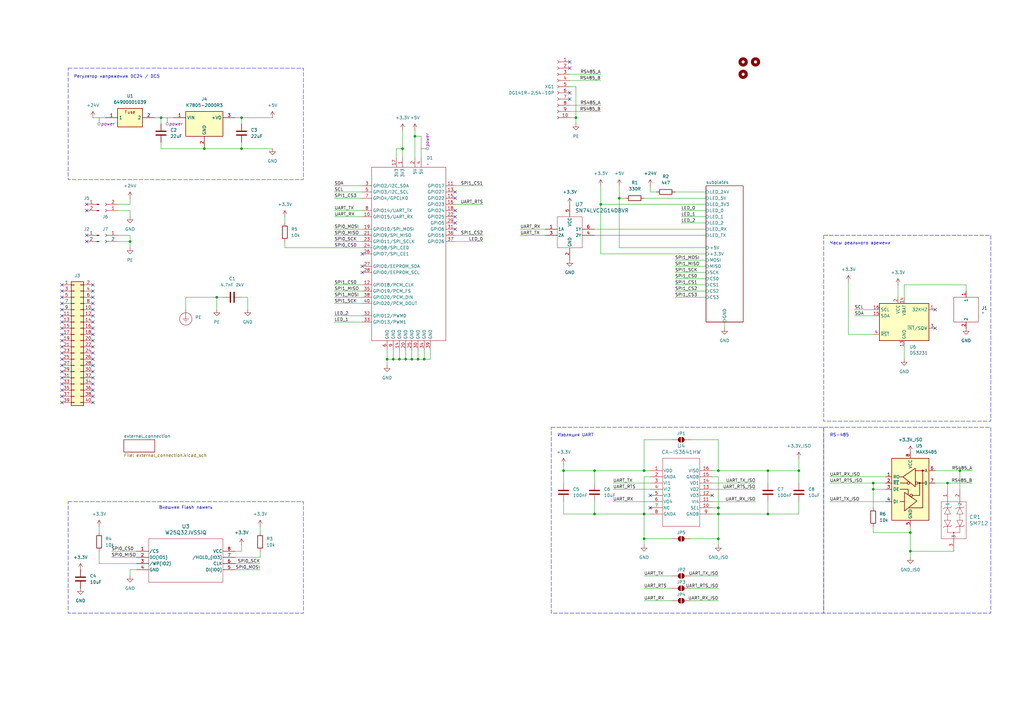
<source format=kicad_sch>
(kicad_sch (version 20231120) (generator "eeschema") (generator_version "8.0")
  (paper "A3")
  (title_block (title "${article} v${version}"))
  (junction (at 53.34 99.06))
  (junction (at 327.66 193.04))
  (junction (at 66.04 48.26))
  (junction (at 388.62 198.12))
  (junction (at 231.14 193.04))
  (junction (at 170.18 55.88))
  (junction (at 373.38 226.06))
  (junction (at 243.84 193.04))
  (junction (at 88.9 121.92))
  (junction (at 161.29 147.32))
  (junction (at 163.83 147.32))
  (junction (at 158.75 147.32))
  (junction (at 393.7 193.04))
  (junction (at 83.82 60.96))
  (junction (at 294.64 193.04))
  (junction (at 358.14 198.12))
  (junction (at 168.91 147.32))
  (junction (at 373.38 218.44))
  (junction (at 243.84 210.82))
  (junction (at 171.45 147.32))
  (junction (at 236.22 48.26))
  (junction (at 246.38 83.82))
  (junction (at 264.16 193.04))
  (junction (at 254 81.28))
  (junction (at 99.06 60.96))
  (junction (at 294.64 220.98))
  (junction (at 264.16 210.82))
  (junction (at 358.14 200.66))
  (junction (at 314.96 193.04))
  (junction (at 173.99 147.32))
  (junction (at 294.64 208.28))
  (junction (at 166.37 147.32))
  (junction (at 294.64 210.82))
  (junction (at 264.16 220.98))
  (junction (at 99.06 48.26))
  (junction (at 165.1 60.96))
  (junction (at 314.96 210.82))
  (no_connect (at 25.4 162.56))
  (no_connect (at 35.56 86.36))
  (no_connect (at 148.59 104.14))
  (no_connect (at 25.4 154.94))
  (no_connect (at 38.1 144.78))
  (no_connect (at 266.7 208.28))
  (no_connect (at 186.69 91.44))
  (no_connect (at 25.4 144.78))
  (no_connect (at 38.1 154.94))
  (no_connect (at 38.1 129.54))
  (no_connect (at 38.1 160.02))
  (no_connect (at 25.4 121.92))
  (no_connect (at 186.69 81.28))
  (no_connect (at 38.1 119.38))
  (no_connect (at 25.4 157.48))
  (no_connect (at 25.4 132.08))
  (no_connect (at 38.1 124.46))
  (no_connect (at 25.4 149.86))
  (no_connect (at 38.1 116.84))
  (no_connect (at 35.56 99.06))
  (no_connect (at 38.1 139.7))
  (no_connect (at 38.1 165.1))
  (no_connect (at 25.4 134.62))
  (no_connect (at 233.68 27.94))
  (no_connect (at 38.1 147.32))
  (no_connect (at 186.69 86.36))
  (no_connect (at 148.59 111.76))
  (no_connect (at 292.1 203.2))
  (no_connect (at 38.1 134.62))
  (no_connect (at 233.68 38.1))
  (no_connect (at 38.1 142.24))
  (no_connect (at 25.4 129.54))
  (no_connect (at 186.69 78.74))
  (no_connect (at 35.56 83.82))
  (no_connect (at 25.4 137.16))
  (no_connect (at 38.1 121.92))
  (no_connect (at 25.4 160.02))
  (no_connect (at 25.4 116.84))
  (no_connect (at 38.1 152.4))
  (no_connect (at 148.59 109.22))
  (no_connect (at 38.1 157.48))
  (no_connect (at 25.4 142.24))
  (no_connect (at 25.4 152.4))
  (no_connect (at 38.1 132.08))
  (no_connect (at 25.4 124.46))
  (no_connect (at 38.1 137.16))
  (no_connect (at 25.4 127))
  (no_connect (at 233.68 40.64))
  (no_connect (at 38.1 162.56))
  (no_connect (at 38.1 149.86))
  (no_connect (at 186.69 88.9))
  (no_connect (at 266.7 203.2))
  (no_connect (at 25.4 139.7))
  (no_connect (at 25.4 165.1))
  (no_connect (at 233.68 25.4))
  (no_connect (at 38.1 127))
  (no_connect (at 186.69 93.98))
  (no_connect (at 383.54 134.62))
  (no_connect (at 25.4 147.32))
  (no_connect (at 383.54 127))
  (no_connect (at 25.4 119.38))
  (no_connect (at 35.56 96.52))
  (wire (pts (xy 266.7 78.74) (xy 269.24 78.74)))
  (wire (pts (xy 137.16 132.08) (xy 148.59 132.08)))
  (wire (pts (xy 292.1 198.12) (xy 309.88 198.12)))
  (wire (pts (xy 314.96 193.04) (xy 327.66 193.04)))
  (wire (pts (xy 292.1 208.28) (xy 294.64 208.28)))
  (wire (pts (xy 264.16 246.38) (xy 275.59 246.38)))
  (wire (pts (xy 358.14 198.12) (xy 363.22 198.12)))
  (wire (pts (xy 243.84 193.04) (xy 264.16 193.04)))
  (wire (pts (xy 370.84 142.24) (xy 370.84 147.32)))
  (wire (pts (xy 314.96 198.12) (xy 314.96 193.04)))
  (wire (pts (xy 264.16 195.58) (xy 264.16 210.82)))
  (wire (pts (xy 373.38 226.06) (xy 391.16 226.06)))
  (wire (pts (xy 294.64 193.04) (xy 292.1 193.04)))
  (wire (pts (xy 101.6 127) (xy 101.6 121.92)))
  (wire (pts (xy 370.84 121.92) (xy 370.84 116.84)))
  (wire (pts (xy 264.16 220.98) (xy 264.16 210.82)))
  (wire (pts (xy 88.9 121.92) (xy 91.44 121.92)))
  (wire (pts (xy 233.68 33.02) (xy 246.38 33.02)))
  (wire (pts (xy 96.52 231.14) (xy 106.68 231.14)))
  (wire (pts (xy 350.52 129.54) (xy 358.14 129.54)))
  (wire (pts (xy 137.16 99.06) (xy 148.59 99.06)))
  (wire (pts (xy 53.34 83.82) (xy 53.34 81.28)))
  (wire (pts (xy 231.14 198.12) (xy 231.14 193.04)))
  (wire (pts (xy 292.1 200.66) (xy 309.88 200.66)))
  (wire (pts (xy 233.68 45.72) (xy 246.38 45.72)))
  (wire (pts (xy 396.24 116.84) (xy 396.24 119.38)))
  (wire (pts (xy 297.18 132.08) (xy 297.18 134.62)))
  (wire (pts (xy 276.86 106.68) (xy 289.56 106.68)))
  (wire (pts (xy 327.66 205.74) (xy 327.66 210.82)))
  (wire (pts (xy 137.16 76.2) (xy 148.59 76.2)))
  (wire (pts (xy 275.59 180.34) (xy 264.16 180.34)))
  (wire (pts (xy 170.18 53.34) (xy 170.18 55.88)))
  (wire (pts (xy 243.84 210.82) (xy 264.16 210.82)))
  (wire (pts (xy 276.86 109.22) (xy 289.56 109.22)))
  (wire (pts (xy 233.68 30.48) (xy 246.38 30.48)))
  (wire (pts (xy 137.16 93.98) (xy 148.59 93.98)))
  (wire (pts (xy 171.45 147.32) (xy 173.99 147.32)))
  (wire (pts (xy 264.16 81.28) (xy 289.56 81.28)))
  (wire (pts (xy 279.4 88.9) (xy 289.56 88.9)))
  (wire (pts (xy 340.36 195.58) (xy 363.22 195.58)))
  (wire (pts (xy 66.04 60.96) (xy 83.82 60.96)))
  (wire (pts (xy 99.06 48.26) (xy 99.06 50.8)))
  (wire (pts (xy 40.64 215.9) (xy 40.64 218.44)))
  (wire (pts (xy 213.36 93.98) (xy 223.52 93.98)))
  (wire (pts (xy 276.86 114.3) (xy 289.56 114.3)))
  (wire (pts (xy 254 76.2) (xy 254 81.28)))
  (wire (pts (xy 66.04 48.26) (xy 71.12 48.26)))
  (wire (pts (xy 99.06 58.42) (xy 99.06 60.96)))
  (wire (pts (xy 292.1 195.58) (xy 294.64 195.58)))
  (wire (pts (xy 166.37 147.32) (xy 168.91 147.32)))
  (wire (pts (xy 137.16 88.9) (xy 148.59 88.9)))
  (wire (pts (xy 276.86 121.92) (xy 289.56 121.92)))
  (wire (pts (xy 233.68 43.18) (xy 246.38 43.18)))
  (wire (pts (xy 168.91 147.32) (xy 171.45 147.32)))
  (wire (pts (xy 264.16 210.82) (xy 266.7 210.82)))
  (wire (pts (xy 251.46 205.74) (xy 266.7 205.74)))
  (wire (pts (xy 38.1 48.26) (xy 43.18 48.26)))
  (wire (pts (xy 294.64 208.28) (xy 294.64 210.82)))
  (wire (pts (xy 99.06 60.96) (xy 111.76 60.96)))
  (wire (pts (xy 137.16 96.52) (xy 148.59 96.52)))
  (wire (pts (xy 294.64 195.58) (xy 294.64 208.28)))
  (wire (pts (xy 314.96 205.74) (xy 314.96 210.82)))
  (wire (pts (xy 172.72 55.88) (xy 170.18 55.88)))
  (wire (pts (xy 373.38 226.06) (xy 373.38 228.6)))
  (wire (pts (xy 137.16 124.46) (xy 148.59 124.46)))
  (wire (pts (xy 276.86 111.76) (xy 289.56 111.76)))
  (wire (pts (xy 66.04 60.96) (xy 66.04 58.42)))
  (wire (pts (xy 243.84 96.52) (xy 289.56 96.52)))
  (wire (pts (xy 276.86 119.38) (xy 289.56 119.38)))
  (wire (pts (xy 53.34 86.36) (xy 48.26 86.36)))
  (wire (pts (xy 231.14 210.82) (xy 243.84 210.82)))
  (wire (pts (xy 53.34 101.6) (xy 53.34 99.06)))
  (wire (pts (xy 137.16 78.74) (xy 148.59 78.74)))
  (wire (pts (xy 289.56 101.6) (xy 254 101.6)))
  (wire (pts (xy 163.83 143.51) (xy 163.83 147.32)))
  (wire (pts (xy 48.26 96.52) (xy 53.34 96.52)))
  (wire (pts (xy 283.21 236.22) (xy 294.64 236.22)))
  (wire (pts (xy 83.82 60.96) (xy 99.06 60.96)))
  (wire (pts (xy 45.72 226.06) (xy 55.88 226.06)))
  (wire (pts (xy 251.46 200.66) (xy 266.7 200.66)))
  (wire (pts (xy 347.98 137.16) (xy 358.14 137.16)))
  (wire (pts (xy 233.68 48.26) (xy 236.22 48.26)))
  (wire (pts (xy 370.84 116.84) (xy 396.24 116.84)))
  (wire (pts (xy 363.22 200.66) (xy 358.14 200.66)))
  (wire (pts (xy 264.16 241.3) (xy 275.59 241.3)))
  (wire (pts (xy 283.21 241.3) (xy 294.64 241.3)))
  (wire (pts (xy 137.16 129.54) (xy 148.59 129.54)))
  (wire (pts (xy 186.69 83.82) (xy 198.12 83.82)))
  (wire (pts (xy 213.36 96.52) (xy 223.52 96.52)))
  (wire (pts (xy 106.68 228.6) (xy 106.68 226.06)))
  (wire (pts (xy 276.86 78.74) (xy 289.56 78.74)))
  (wire (pts (xy 116.84 99.06) (xy 116.84 101.6)))
  (wire (pts (xy 99.06 48.26) (xy 111.76 48.26)))
  (wire (pts (xy 76.2 121.92) (xy 88.9 121.92)))
  (wire (pts (xy 340.36 198.12) (xy 358.14 198.12)))
  (wire (pts (xy 137.16 81.28) (xy 148.59 81.28)))
  (wire (pts (xy 99.06 226.06) (xy 99.06 223.52)))
  (wire (pts (xy 48.26 83.82) (xy 53.34 83.82)))
  (wire (pts (xy 358.14 200.66) (xy 358.14 208.28)))
  (wire (pts (xy 162.56 60.96) (xy 165.1 60.96)))
  (wire (pts (xy 186.69 76.2) (xy 198.12 76.2)))
  (wire (pts (xy 292.1 210.82) (xy 294.64 210.82)))
  (wire (pts (xy 161.29 143.51) (xy 161.29 147.32)))
  (wire (pts (xy 314.96 210.82) (xy 327.66 210.82)))
  (wire (pts (xy 254 81.28) (xy 256.54 81.28)))
  (wire (pts (xy 340.36 205.74) (xy 363.22 205.74)))
  (wire (pts (xy 294.64 180.34) (xy 294.64 193.04)))
  (wire (pts (xy 243.84 198.12) (xy 243.84 193.04)))
  (wire (pts (xy 55.88 231.14) (xy 40.64 231.14)))
  (wire (pts (xy 266.7 76.2) (xy 266.7 78.74)))
  (wire (pts (xy 186.69 96.52) (xy 198.12 96.52)))
  (wire (pts (xy 266.7 195.58) (xy 264.16 195.58)))
  (wire (pts (xy 264.16 223.52) (xy 264.16 220.98)))
  (wire (pts (xy 137.16 119.38) (xy 148.59 119.38)))
  (wire (pts (xy 116.84 101.6) (xy 148.59 101.6)))
  (wire (pts (xy 173.99 143.51) (xy 173.99 147.32)))
  (wire (pts (xy 243.84 93.98) (xy 289.56 93.98)))
  (wire (pts (xy 173.99 147.32) (xy 176.53 147.32)))
  (wire (pts (xy 327.66 187.96) (xy 327.66 193.04)))
  (wire (pts (xy 231.14 193.04) (xy 243.84 193.04)))
  (wire (pts (xy 388.62 198.12) (xy 388.62 200.66)))
  (wire (pts (xy 294.64 193.04) (xy 314.96 193.04)))
  (wire (pts (xy 106.68 215.9) (xy 106.68 218.44)))
  (wire (pts (xy 289.56 104.14) (xy 246.38 104.14)))
  (wire (pts (xy 116.84 88.9) (xy 116.84 91.44)))
  (wire (pts (xy 163.83 147.32) (xy 166.37 147.32)))
  (wire (pts (xy 294.64 180.34) (xy 283.21 180.34)))
  (wire (pts (xy 373.38 218.44) (xy 373.38 215.9)))
  (wire (pts (xy 53.34 96.52) (xy 53.34 99.06)))
  (wire (pts (xy 40.64 226.06) (xy 40.64 231.14)))
  (wire (pts (xy 279.4 86.36) (xy 289.56 86.36)))
  (wire (pts (xy 168.91 143.51) (xy 168.91 147.32)))
  (wire (pts (xy 170.18 55.88) (xy 170.18 64.77)))
  (wire (pts (xy 101.6 121.92) (xy 99.06 121.92)))
  (wire (pts (xy 165.1 53.34) (xy 165.1 60.96)))
  (wire (pts (xy 53.34 233.68) (xy 53.34 236.22)))
  (wire (pts (xy 264.16 180.34) (xy 264.16 193.04)))
  (wire (pts (xy 162.56 64.77) (xy 162.56 60.96)))
  (wire (pts (xy 233.68 35.56) (xy 236.22 35.56)))
  (wire (pts (xy 358.14 200.66) (xy 358.14 198.12)))
  (wire (pts (xy 243.84 205.74) (xy 243.84 210.82)))
  (wire (pts (xy 279.4 91.44) (xy 289.56 91.44)))
  (wire (pts (xy 289.56 83.82) (xy 246.38 83.82)))
  (wire (pts (xy 161.29 147.32) (xy 163.83 147.32)))
  (wire (pts (xy 236.22 48.26) (xy 236.22 50.8)))
  (wire (pts (xy 166.37 143.51) (xy 166.37 147.32)))
  (wire (pts (xy 158.75 143.51) (xy 158.75 147.32)))
  (wire (pts (xy 88.9 121.92) (xy 88.9 127)))
  (wire (pts (xy 251.46 198.12) (xy 266.7 198.12)))
  (wire (pts (xy 294.64 210.82) (xy 314.96 210.82)))
  (wire (pts (xy 254 101.6) (xy 254 81.28)))
  (wire (pts (xy 246.38 104.14) (xy 246.38 83.82)))
  (wire (pts (xy 53.34 99.06) (xy 48.26 99.06)))
  (wire (pts (xy 383.54 193.04) (xy 393.7 193.04)))
  (wire (pts (xy 66.04 48.26) (xy 66.04 50.8)))
  (wire (pts (xy 231.14 205.74) (xy 231.14 210.82)))
  (wire (pts (xy 172.72 64.77) (xy 172.72 55.88)))
  (wire (pts (xy 45.72 228.6) (xy 55.88 228.6)))
  (wire (pts (xy 347.98 115.57) (xy 347.98 137.16)))
  (wire (pts (xy 393.7 193.04) (xy 393.7 200.66)))
  (wire (pts (xy 137.16 121.92) (xy 148.59 121.92)))
  (wire (pts (xy 292.1 205.74) (xy 309.88 205.74)))
  (wire (pts (xy 158.75 147.32) (xy 161.29 147.32)))
  (wire (pts (xy 358.14 218.44) (xy 373.38 218.44)))
  (wire (pts (xy 383.54 198.12) (xy 388.62 198.12)))
  (wire (pts (xy 373.38 218.44) (xy 373.38 226.06)))
  (wire (pts (xy 186.69 99.06) (xy 198.12 99.06)))
  (wire (pts (xy 236.22 35.56) (xy 236.22 48.26)))
  (wire (pts (xy 358.14 215.9) (xy 358.14 218.44)))
  (wire (pts (xy 283.21 220.98) (xy 294.64 220.98)))
  (wire (pts (xy 53.34 88.9) (xy 53.34 86.36)))
  (wire (pts (xy 96.52 228.6) (xy 106.68 228.6)))
  (wire (pts (xy 393.7 193.04) (xy 398.78 193.04)))
  (wire (pts (xy 165.1 60.96) (xy 165.1 64.77)))
  (wire (pts (xy 137.16 116.84) (xy 148.59 116.84)))
  (wire (pts (xy 96.52 233.68) (xy 106.68 233.68)))
  (wire (pts (xy 96.52 226.06) (xy 99.06 226.06)))
  (wire (pts (xy 294.64 220.98) (xy 294.64 210.82)))
  (wire (pts (xy 368.3 116.84) (xy 368.3 121.92)))
  (wire (pts (xy 63.5 48.26) (xy 66.04 48.26)))
  (wire (pts (xy 388.62 198.12) (xy 398.78 198.12)))
  (wire (pts (xy 264.16 236.22) (xy 275.59 236.22)))
  (wire (pts (xy 176.53 143.51) (xy 176.53 147.32)))
  (wire (pts (xy 283.21 246.38) (xy 294.64 246.38)))
  (wire (pts (xy 264.16 220.98) (xy 275.59 220.98)))
  (wire (pts (xy 55.88 233.68) (xy 53.34 233.68)))
  (wire (pts (xy 276.86 116.84) (xy 289.56 116.84)))
  (wire (pts (xy 294.64 223.52) (xy 294.64 220.98)))
  (wire (pts (xy 171.45 143.51) (xy 171.45 147.32)))
  (wire (pts (xy 350.52 127) (xy 358.14 127)))
  (wire (pts (xy 231.14 190.5) (xy 231.14 193.04)))
  (wire (pts (xy 246.38 83.82) (xy 246.38 76.2)))
  (wire (pts (xy 137.16 86.36) (xy 148.59 86.36)))
  (wire (pts (xy 158.75 147.32) (xy 158.75 149.86)))
  (wire (pts (xy 76.2 127) (xy 76.2 121.92)))
  (wire (pts (xy 264.16 193.04) (xy 266.7 193.04)))
  (wire (pts (xy 327.66 198.12) (xy 327.66 193.04)))
  (wire (pts (xy 96.52 48.26) (xy 99.06 48.26)))
  (rectangle (start 337.82 175.26) (end 406.4 251.46) (stroke (width 0) (type dash)))
  (rectangle (start 226.06 175.26) (end 337.82 251.46) (stroke (width 0) (type dash)))
  (rectangle (start 337.82 96.52) (end 406.4 172.72) (stroke (width 0) (type dash)))
  (rectangle (start 27.94 205.74) (end 124.46 251.46) (stroke (width 0) (type dash)))
  (rectangle (start 27.94 27.94) (end 124.46 73.66) (stroke (width 0) (type dash)))
  (text "Изоляция UART" (at 228.6 177.8 0) (effects (font (size 1.27 1.27)) (justify left top)))
  (text "RS-485" (at 340.36 177.8 0) (effects (font (size 1.27 1.27)) (justify left top)))
  (text "Внешняя Flash память" (at 76.2 208.28 0) (effects (font (size 1.27 1.27))))
  (text "Часы реального времени" (at 340.36 99.06 0) (effects (font (size 1.27 1.27)) (justify left top)))
  (text "Регулятор напряжения DC24 / DC5" (at 30.226 31.496 0) (effects (font (size 1.27 1.27)) (justify left)))
  (label "SPI1_MISO" (at 276.86 109.22 0))
  (label "SPI0_CS0" (at 137.16 101.6 0))
  (label "LED_1" (at 279.4 88.9 0))
  (label "SPI0_MOSI" (at 106.68 233.68 180))
  (label "UART_RX" (at 213.36 93.98 0))
  (label "RS485_B" (at 246.38 33.02 180))
  (label "LED_2" (at 279.4 91.44 0))
  (label "SPI1_CS3" (at 276.86 121.92 0))
  (label "RS485_A" (at 398.78 193.04 180))
  (label "UART_RTS_ISO" (at 294.64 241.3 180))
  (label "SPI0_MISO" (at 45.72 228.6 0))
  (label "SDA" (at 350.52 129.54 0))
  (label "SPI1_CS0" (at 137.16 116.84 0))
  (label "RS485_A" (at 246.38 30.48 180))
  (label "SPI1_CS1" (at 276.86 116.84 0))
  (label "UART_TX" (at 213.36 96.52 0))
  (label "UART_RTS" (at 198.12 83.82 180))
  (label "SPI0_SCK" (at 106.68 231.14 180))
  (label "UART_RTS" (at 251.46 200.66 0))
  (label "RS485_B" (at 398.78 198.12 180))
  (label "UART_RX_ISO" (at 294.64 246.38 180))
  (label "UART_TX_ISO" (at 309.88 198.12 180))
  (label "UART_RTS" (at 264.16 241.3 0))
  (label "SPI1_MOSI" (at 137.16 121.92 0))
  (label "SPI1_SCK" (at 137.16 124.46 0))
  (label "UART_RX" (at 264.16 246.38 0))
  (label "UART_RX_ISO" (at 340.36 195.58 0))
  (label "SPI0_CS0" (at 45.72 226.06 0))
  (label "UART_TX" (at 251.46 198.12 0))
  (label "LED_0" (at 279.4 86.36 0))
  (label "LED_0" (at 198.12 99.06 180))
  (label "UART_RTS_ISO" (at 309.88 200.66 180))
  (label "RS485_A" (at 246.38 43.18 180))
  (label "SPI1_CS3" (at 137.16 81.28 0))
  (label "RS485_B" (at 246.38 45.72 180))
  (label "SPI1_CS2" (at 276.86 119.38 0))
  (label "UART_TX" (at 137.16 86.36 0))
  (label "LED_2" (at 137.16 129.54 0))
  (label "SPI1_CS1" (at 198.12 76.2 180))
  (label "UART_TX_ISO" (at 340.36 205.74 0))
  (label "SPI1_CS0" (at 276.86 114.3 0))
  (label "SPI0_SCK" (at 137.16 99.06 0))
  (label "SPI1_SCK" (at 276.86 111.76 0))
  (label "UART_RX" (at 137.16 88.9 0))
  (label "SPI0_MOSI" (at 137.16 93.98 0))
  (label "UART_RX" (at 251.46 205.74 0))
  (label "SPI1_MOSI" (at 276.86 106.68 0))
  (label "SPI1_CS2" (at 198.12 96.52 180))
  (label "UART_TX" (at 264.16 236.22 0))
  (label "UART_RTS_ISO" (at 340.36 198.12 0))
  (label "SDA" (at 137.16 76.2 0))
  (label "SPI0_MISO" (at 137.16 96.52 0))
  (label "SPI1_MISO" (at 137.16 119.38 0))
  (label "LED_1" (at 137.16 132.08 0))
  (label "UART_RX_ISO" (at 309.88 205.74 180))
  (label "SCL" (at 137.16 78.74 0))
  (label "SCL" (at 350.52 127 0))
  (label "UART_TX_ISO" (at 294.64 236.22 180))
  (netclass_flag "" (length 2.54) (shape round) (at 172.72 60.96 270) (property "Netclass" "power" (at 175.26 60.2615 90) (effects (font (italic yes)) (justify left))))
  (netclass_flag "" (length 2.54) (shape round) (at 68.58 48.26 180) (property "Netclass" "power" (at 69.2785 50.8 0) (effects (font (italic yes)) (justify left))))
  (netclass_flag "" (length 2.54) (shape round) (at 40.64 48.26 180) (property "Netclass" "power" (at 41.3385 50.8 0) (effects (font (italic yes)) (justify left))))
  (symbol (lib_id "power:GND") (at 111.76 60.96 0) (unit 1)
    (property "Reference" "#PWR04" (effects (hide yes)))
    (property "Value" "GND" (at 111.76 66.04 0))
    (property "Description" "Power symbol creates a global label with name \"GND\" , ground" (effects (hide yes)))
  )
  (symbol (lib_id "power:GND") (at 294.64 223.52 0) (unit 1)
    (property "Reference" "#PWR028" (effects (hide yes)))
    (property "Value" "GND_ISO" (at 294.64 228.6 0))
    (property "Description" "Power symbol creates a global label with name \"GND\" , ground" (effects (hide yes)))
  )
  (symbol (lib_id "power:+3.3V") (at 116.84 88.9 0) (unit 1)
    (property "Reference" "#PWR021" (effects (hide yes)))
    (property "Value" "+3.3V" (at 116.84 83.82 0))
    (property "Description" "Power symbol creates a global label with name \"+3.3V\"" (effects (hide yes)))
  )
  (symbol (lib_id "power:GND") (at 373.38 228.6 0) (mirror y) (unit 1)
    (property "Reference" "#PWR032" (effects (hide yes)))
    (property "Value" "GND_ISO" (at 373.38 233.68 0))
    (property "Description" "Power symbol creates a global label with name \"GND\" , ground" (effects (hide yes)))
  )
  (symbol (lib_id "power:+3.3V") (at 327.66 187.96 0) (unit 1)
    (property "Reference" "#PWR030" (effects (hide yes)))
    (property "Value" "+3.3V_ISO" (at 327.66 182.88 0))
    (property "Description" "Power symbol creates a global label with name \"+3.3V\"" (effects (hide yes)))
  )
  (symbol (lib_id "kicad_inventree_lib:C_100nF_50V_1206") (at 314.96 201.93 0) (unit 1)
    (property "Reference" "C7" (at 318.77 200.6599 0) (effects (justify left)))
    (property "Value" "100nF" (at 318.77 203.1999 0) (effects (justify left)))
    (property "Footprint" "Capacitor_SMD:C_1206_3216Metric_Pad1.33x1.80mm_HandSolder" (effects (hide yes)))
    (property "Datasheet" "http://inventree.network/part/44/" (effects (hide yes)))
    (property "Description" "Unpolarized capacitor" (effects (hide yes)))
    (property "part_ipn" "C_100nF_50V_1206" (effects (hide yes)))
    (property "optional" "1" (effects (hide yes)))
  )
  (symbol (lib_id "kicad_inventree_lib:MountingHole_M3") (at 304.8 30.48 0) (unit 1) (exclude_from_sim yes) (in_bom no)
    (property "Reference" "H2" (effects (hide yes)))
    (property "Value" "MountingHole_M3" (effects (hide yes)))
    (property "Footprint" "kicad_inventree_lib:MountingHole_M3" (effects (hide yes)))
    (property "Description" "Mounting Hole without connection" (effects (hide yes)))
  )
  (symbol (lib_id "power:+3.3V") (at 233.68 83.82 0) (unit 1)
    (property "Reference" "#PWR037" (effects (hide yes)))
    (property "Value" "+3.3V" (at 233.68 78.74 0))
    (property "Description" "Power symbol creates a global label with name \"+3.3V\"" (effects (hide yes)))
  )
  (symbol (lib_id "power:+5V") (at 111.76 48.26 0) (unit 1)
    (property "Reference" "#PWR03" (effects (hide yes)))
    (property "Value" "+5V" (at 111.76 43.18 0))
    (property "Description" "Power symbol creates a global label with name \"+5V\"" (effects (hide yes)))
  )
  (symbol (lib_id "kicad_inventree_lib:C_10uF_16V_1206") (at 33.02 237.49 0) (unit 1)
    (property "Reference" "C4" (at 36.83 236.2199 0) (effects (justify left)))
    (property "Value" "10uF" (at 36.83 238.7599 0) (effects (justify left)))
    (property "Footprint" "Capacitor_SMD:C_1206_3216Metric_Pad1.33x1.80mm_HandSolder" (effects (hide yes)))
    (property "Datasheet" "http://inventree.network/part/141/" (effects (hide yes)))
    (property "Description" "Unpolarized capacitor" (effects (hide yes)))
    (property "part_ipn" "C_10uF_16V_1206" (effects (hide yes)))
  )
  (symbol (lib_id "power:+3.3V") (at 99.06 223.52 0) (unit 1)
    (property "Reference" "#PWR014" (effects (hide yes)))
    (property "Value" "+3.3V" (at 99.06 218.44 0))
    (property "Description" "Power symbol creates a global label with name \"+3.3V\"" (effects (hide yes)))
  )
  (symbol (lib_id "kicad_inventree_lib:Degson_2EDGR-5.08-02P") (at 43.18 86.36 180) (unit 1)
    (property "Reference" "J6" (at 43.18 88.9 0))
    (property "Value" "2EDGR-5.08-02P" (effects (hide yes)))
    (property "Footprint" "NextPCB:Degson_2EDGR-5.08-02P" (effects (hide yes)))
    (property "Datasheet" "http://inventree.network/part/45/" (effects (hide yes)))
    (property "Description" "Generic connector, single row, 01x02, script generated" (effects (hide yes)))
    (property "NextPCB_url" "https://www.hqonline.com/product-detail/max-maixu--mx2edgr-5-08-02p-gn01-cu-a-1027942969" (effects (hide yes)))
    (property "NextPCB_price" "0.03132" (effects (hide yes)))
    (property "part_ipn" "2EDGR-5.08-02P" (effects (hide yes)))
  )
  (symbol (lib_id "power:GND") (at 158.75 149.86 0) (unit 1)
    (property "Reference" "#PWR02" (effects (hide yes)))
    (property "Value" "GND" (at 158.75 154.94 0))
    (property "Description" "Power symbol creates a global label with name \"GND\" , ground" (effects (hide yes)))
  )
  (symbol (lib_id "kicad_inventree_lib:C_10uF_16V_1206") (at 327.66 201.93 0) (unit 1)
    (property "Reference" "C8" (at 331.47 200.6599 0) (effects (justify left)))
    (property "Value" "10uF" (at 331.47 203.1999 0) (effects (justify left)))
    (property "Footprint" "Capacitor_SMD:C_1206_3216Metric_Pad1.33x1.80mm_HandSolder" (effects (hide yes)))
    (property "Datasheet" "http://inventree.network/part/141/" (effects (hide yes)))
    (property "Description" "Unpolarized capacitor" (effects (hide yes)))
    (property "part_ipn" "C_10uF_16V_1206" (effects (hide yes)))
    (property "optional" "1" (effects (hide yes)))
  )
  (symbol (lib_id "power:+5V") (at 53.34 81.28 0) (unit 1)
    (property "Reference" "#PWR05" (effects (hide yes)))
    (property "Value" "+24V" (at 53.34 76.2 0))
    (property "Description" "Power symbol creates a global label with name \"+5V\"" (effects (hide yes)))
  )
  (symbol (lib_id "power:GND") (at 370.84 147.32 0) (unit 1)
    (property "Reference" "#PWR034" (effects (hide yes)))
    (property "Value" "GND" (at 370.84 152.4 0))
    (property "Description" "Power symbol creates a global label with name \"GND\" , ground" (effects (hide yes)))
  )
  (symbol (lib_id "power:+3.3V") (at 165.1 53.34 0) (unit 1)
    (property "Reference" "#PWR011" (effects (hide yes)))
    (property "Value" "+3.3V" (at 165.1 48.26 0))
    (property "Description" "Power symbol creates a global label with name \"+3.3V\"" (effects (hide yes)))
  )
  (symbol (lib_id "power:GND") (at 53.34 88.9 0) (unit 1)
    (property "Reference" "#PWR07" (effects (hide yes)))
    (property "Value" "GND" (at 53.34 93.98 0))
    (property "Description" "Power symbol creates a global label with name \"GND\" , ground" (effects (hide yes)))
  )
  (symbol (lib_id "power:+3.3V") (at 40.64 215.9 0) (unit 1)
    (property "Reference" "#PWR018" (effects (hide yes)))
    (property "Value" "+3.3V" (at 40.64 210.82 0))
    (property "Description" "Power symbol creates a global label with name \"+3.3V\"" (effects (hide yes)))
  )
  (symbol (lib_id "power:GND") (at 236.22 50.8 0) (mirror y) (unit 1)
    (property "Reference" "#PWR01" (effects (hide yes)))
    (property "Value" "PE" (at 236.22 55.88 0))
    (property "Description" "Power symbol creates a global label with name \"GND\" , ground" (effects (hide yes)))
  )
  (symbol (lib_id "kicad_inventree_lib:BS-12-A1AJ002-F") (at 396.24 121.92 0) (unit 1)
    (property "Reference" "J1" (at 402.59 126.3649 0) (effects (justify left)))
    (property "Value" "~" (at 402.59 128.27 0) (effects (justify left)))
    (property "Footprint" "kicad_inventree_lib:BS-12-A1AJ002-F" (effects (hide yes)))
  )
  (symbol (lib_id "kicad_inventree_lib:C_22uF_50V_2220") (at 99.06 54.61 0) (unit 1)
    (property "Reference" "C3" (at 102.87 53.3399 0) (effects (justify left)))
    (property "Value" "22uF" (at 102.87 55.8799 0) (effects (justify left)))
    (property "Footprint" "kicad_inventree_lib:C_2220_5750Metric_Pad1.97x5.40mm_HandSolder" (effects (hide yes)))
    (property "Datasheet" "http://inventree.network/part/99/" (effects (hide yes)))
    (property "Description" "Unpolarized capacitor" (effects (hide yes)))
    (property "part_ipn" "C_22uF_50V_2220" (effects (hide yes)))
  )
  (symbol (lib_id "Jumper:SolderJumper_2_Open") (at 279.4 220.98 0) (unit 1) (exclude_from_sim yes) (in_bom no)
    (property "Reference" "JP5" (at 279.4 218.44 0))
    (property "Value" "SolderJumper_2_Open" (effects (hide yes)))
    (property "Footprint" "Jumper:SolderJumper-2_P1.3mm_Open_RoundedPad1.0x1.5mm" (effects (hide yes)))
    (property "Description" "Solder Jumper, 2-pole, open" (effects (hide yes)))
  )
  (symbol (lib_id "kicad_inventree_lib:RaspberryPi") (at 167.64 68.58 0) (unit 1) (in_bom no)
    (property "Reference" "D1" (at 174.9141 64.77 0) (effects (justify left)))
    (property "Value" "~" (at 174.9141 67.31 0) (effects (justify left)))
    (property "Footprint" "kicad_inventree_lib:RaspberryPi" (effects (hide yes)))
    (property "NextPCB_price" "200" (effects (hide yes)))
  )
  (symbol (lib_id "power:+3.3V") (at 231.14 190.5 0) (unit 1)
    (property "Reference" "#PWR023" (effects (hide yes)))
    (property "Value" "+3.3V" (at 231.14 185.42 0))
    (property "Description" "Power symbol creates a global label with name \"+3.3V\"" (effects (hide yes)))
  )
  (symbol (lib_id "power:+5V") (at 38.1 48.26 0) (unit 1)
    (property "Reference" "#PWR010" (effects (hide yes)))
    (property "Value" "+24V" (at 38.1 43.18 0))
    (property "Description" "Power symbol creates a global label with name \"+5V\"" (effects (hide yes)))
  )
  (symbol (lib_id "kicad_inventree_lib:R_10k_1206_1%") (at 358.14 212.09 0) (unit 1)
    (property "Reference" "R6" (at 360.68 210.8199 0) (effects (justify left)))
    (property "Value" "10k" (at 360.68 213.3599 0) (effects (justify left)))
    (property "Footprint" "Resistor_SMD:R_1206_3216Metric_Pad1.30x1.75mm_HandSolder" (effects (hide yes)))
    (property "Datasheet" "http://inventree.network/part/26/" (effects (hide yes)))
    (property "Description" "Resistor" (effects (hide yes)))
    (property "NextPCB_price" "0.00169" (effects (hide yes)))
    (property "NextPCB_url" "https://www.hqonline.com/product-detail/chip-resistors-fojan-frc1206f3301ts-2500354421" (effects (hide yes)))
    (property "part_ipn" "R_10k_1206_1%" (effects (hide yes)))
  )
  (symbol (lib_id "kicad_inventree_lib:PE") (at 76.2 127 0) (unit 1) (in_bom no)
    (property "Reference" "PE1" (effects (hide yes)))
    (property "Value" "PE" (at 80.01 130.1749 0) (effects (justify left)))
    (property "Footprint" "kicad_inventree_lib:PE" (effects (hide yes)))
    (property "Description" "Power symbol creates a global label with name \"Earth_Protective\"" (effects (hide yes)))
  )
  (symbol (lib_id "Jumper:SolderJumper_2_Open") (at 279.4 236.22 0) (unit 1) (exclude_from_sim yes) (in_bom no)
    (property "Reference" "JP2" (at 279.4 233.68 0))
    (property "Value" "SolderJumper_2_Open" (effects (hide yes)))
    (property "Footprint" "Jumper:SolderJumper-2_P1.3mm_Open_RoundedPad1.0x1.5mm" (effects (hide yes)))
    (property "Description" "Solder Jumper, 2-pole, open" (effects (hide yes)))
  )
  (symbol (lib_id "power:+3.3V") (at 373.38 185.42 0) (unit 1)
    (property "Reference" "#PWR031" (effects (hide yes)))
    (property "Value" "+3.3V_ISO" (at 373.38 180.34 0))
    (property "Description" "Power symbol creates a global label with name \"+3.3V\"" (effects (hide yes)))
  )
  (symbol (lib_id "power:+3.3V") (at 347.98 115.57 0) (unit 1)
    (property "Reference" "#PWR036" (effects (hide yes)))
    (property "Value" "+3.3V" (at 347.98 110.49 0))
    (property "Description" "Power symbol creates a global label with name \"+3.3V\"" (effects (hide yes)))
  )
  (symbol (lib_id "power:+3.3V") (at 368.3 116.84 0) (unit 1)
    (property "Reference" "#PWR033" (effects (hide yes)))
    (property "Value" "+3.3V" (at 368.3 111.76 0))
    (property "Description" "Power symbol creates a global label with name \"+3.3V\"" (effects (hide yes)))
  )
  (symbol (lib_id "power:+5V") (at 254 76.2 0) (unit 1)
    (property "Reference" "#PWR013" (effects (hide yes)))
    (property "Value" "+5V" (at 254 71.12 0))
    (property "Description" "Power symbol creates a global label with name \"+5V\"" (effects (hide yes)))
  )
  (symbol (lib_id "power:+3.3V") (at 106.68 215.9 0) (unit 1)
    (property "Reference" "#PWR017" (effects (hide yes)))
    (property "Value" "+3.3V" (at 106.68 210.82 0))
    (property "Description" "Power symbol creates a global label with name \"+3.3V\"" (effects (hide yes)))
  )
  (symbol (lib_id "power:+3.3V") (at 246.38 76.2 0) (unit 1)
    (property "Reference" "#PWR022" (effects (hide yes)))
    (property "Value" "+3.3V" (at 246.38 71.12 0))
    (property "Description" "Power symbol creates a global label with name \"+3.3V\"" (effects (hide yes)))
  )
  (symbol (lib_id "kicad_inventree_lib:R_330R_1206_1%") (at 260.35 81.28 90) (unit 1)
    (property "Reference" "R1" (at 260.35 74.93 90))
    (property "Value" "330R" (at 260.35 77.47 90))
    (property "Footprint" "Resistor_SMD:R_1206_3216Metric_Pad1.30x1.75mm_HandSolder" (effects (hide yes)))
    (property "Datasheet" "http://inventree.network/part/140/" (effects (hide yes)))
    (property "Description" "Resistor" (effects (hide yes)))
    (property "part_ipn" "R_330R_1206_1% " (effects (hide yes)))
  )
  (symbol (lib_id "power:GND") (at 396.24 134.62 0) (unit 1)
    (property "Reference" "#PWR035" (effects (hide yes)))
    (property "Value" "GND" (at 396.24 139.7 0))
    (property "Description" "Power symbol creates a global label with name \"GND\" , ground" (effects (hide yes)))
  )
  (symbol (lib_id "Jumper:SolderJumper_2_Open") (at 279.4 180.34 0) (unit 1) (exclude_from_sim yes) (in_bom no)
    (property "Reference" "JP1" (at 279.4 177.8 0))
    (property "Value" "SolderJumper_2_Open" (effects (hide yes)))
    (property "Footprint" "Jumper:SolderJumper-2_P1.3mm_Open_RoundedPad1.0x1.5mm" (effects (hide yes)))
    (property "Description" "Solder Jumper, 2-pole, open" (effects (hide yes)))
  )
  (symbol (lib_id "power:GND") (at 264.16 223.52 0) (unit 1)
    (property "Reference" "#PWR025" (effects (hide yes)))
    (property "Value" "GND" (at 264.16 228.6 0))
    (property "Description" "Power symbol creates a global label with name \"GND\" , ground" (effects (hide yes)))
  )
  (symbol (lib_id "power:GND") (at 297.18 134.62 0) (unit 1)
    (property "Reference" "#PWR012" (effects (hide yes)))
    (property "Value" "GND" (at 297.18 139.7 0))
    (property "Description" "Power symbol creates a global label with name \"GND\" , ground" (effects (hide yes)))
  )
  (symbol (lib_id "kicad_inventree_lib:FemaleHeader_02x20_P2.54_SMD_straight") (at 30.48 139.7 0) (unit 1) (on_board no)
    (property "Reference" "J3" (at 31.75 113.03 0))
    (property "Value" "FemaleHeader_02x20_P2.54_SMD_straight" (effects (hide yes)))
    (property "Datasheet" "http://inventree.network/part/154/" (effects (hide yes)))
    (property "Description" "Generic connector, double row, 02x20, odd/even pin numbering scheme (row 1 odd numbers, row 2 even numbers), script generated (kicad-library-utils/schlib/autogen/connector/)" (effects (hide yes)))
    (property "part_ipn" "FemaleHeader_02x20_P2.54_SMD_straight" (effects (hide yes)))
  )
  (symbol (lib_id "power:+5V") (at 170.18 53.34 0) (unit 1)
    (property "Reference" "#PWR06" (effects (hide yes)))
    (property "Value" "+5V" (at 170.18 48.26 0))
    (property "Description" "Power symbol creates a global label with name \"+5V\"" (effects (hide yes)))
  )
  (symbol (lib_id "kicad_inventree_lib:Degson_2EDGK-5.08-02P") (at 35.56 83.82 0) (mirror y) (unit 1) (on_board no)
    (property "Reference" "J5" (at 35.56 81.28 0))
    (property "Value" "2EDGK-5.08-02P" (effects (hide yes)))
    (property "Datasheet" "http://inventree.network/part/18/" (effects (hide yes)))
    (property "Description" "Generic connector, single row, 01x02, script generated" (effects (hide yes)))
    (property "NextPCB_url" "https://www.hqonline.com/product-detail/max-maixu--mx2edgk-5-08-02p-gn01-cu-y-a-1027943030" (effects (hide yes)))
    (property "NextPCB_price" "0.11828" (effects (hide yes)))
    (property "part_ipn" "2EDGK-5.08-02P" (effects (hide yes)))
  )
  (symbol (lib_id "kicad_inventree_lib:R_4k7_1206_1%") (at 273.05 78.74 90) (unit 1)
    (property "Reference" "R2" (at 273.05 72.39 90))
    (property "Value" "4k7" (at 273.05 74.93 90))
    (property "Footprint" "Resistor_SMD:R_1206_3216Metric_Pad1.30x1.75mm_HandSolder" (effects (hide yes)))
    (property "Datasheet" "http://inventree.network/part/117/" (effects (hide yes)))
    (property "Description" "Resistor" (effects (hide yes)))
    (property "part_ipn" "R_4k7_1206_1%" (effects (hide yes)))
  )
  (symbol (lib_id "kicad_inventree_lib:C_22uF_50V_2220") (at 66.04 54.61 0) (unit 1)
    (property "Reference" "C2" (at 69.85 53.3399 0) (effects (justify left)))
    (property "Value" "22uF" (at 69.85 55.8799 0) (effects (justify left)))
    (property "Footprint" "kicad_inventree_lib:C_2220_5750Metric_Pad1.97x5.40mm_HandSolder" (effects (hide yes)))
    (property "Datasheet" "http://inventree.network/part/99/" (effects (hide yes)))
    (property "Description" "Unpolarized capacitor" (effects (hide yes)))
    (property "part_ipn" "C_22uF_50V_2220" (effects (hide yes)))
  )
  (symbol (lib_id "kicad_inventree_lib:C_100nF_50V_1206") (at 231.14 201.93 0) (unit 1)
    (property "Reference" "C5" (at 234.95 200.6599 0) (effects (justify left)))
    (property "Value" "100nF" (at 234.95 203.1999 0) (effects (justify left)))
    (property "Footprint" "Capacitor_SMD:C_1206_3216Metric_Pad1.33x1.80mm_HandSolder" (effects (hide yes)))
    (property "Datasheet" "http://inventree.network/part/44/" (effects (hide yes)))
    (property "Description" "Unpolarized capacitor" (effects (hide yes)))
    (property "part_ipn" "C_100nF_50V_1206" (effects (hide yes)))
    (property "optional" "1" (effects (hide yes)))
  )
  (symbol (lib_id "kicad_inventree_lib:W25Q32JVSSIQ") (at 76.2 220.98 0) (unit 1)
    (property "Reference" "U3" (at 76.2 215.9 0) (effects (font (size 1.524 1.524))))
    (property "Value" "W25Q32JVSSIQ" (at 76.2 218.44 0) (effects (font (size 1.524 1.524))))
    (property "Footprint" "kicad_inventree_lib:SOIC-8_5P28X5P28_WIN-M" (effects (hide yes)))
    (property "Datasheet" "W25Q32JVSSIQ" (effects (hide yes)))
  )
  (symbol (lib_id "kicad_inventree_lib:C_4.7nF_2kV_1812") (at 95.25 121.92 90) (unit 1)
    (property "Reference" "C1" (at 95.25 114.3 90))
    (property "Value" "4.7nF 2kV" (at 95.25 116.84 90))
    (property "Footprint" "Capacitor_SMD:C_1812_4532Metric_Pad1.57x3.40mm_HandSolder" (effects (hide yes)))
    (property "Datasheet" "http://inventree.network/part/112/" (effects (hide yes)))
    (property "Description" "Unpolarized capacitor" (effects (hide yes)))
    (property "part_ipn" "C_4.7nF_2kV_1812" (effects (hide yes)))
  )
  (symbol (lib_id "power:GND") (at 233.68 106.68 0) (unit 1)
    (property "Reference" "#PWR038" (effects (hide yes)))
    (property "Value" "GND" (at 233.68 111.76 0))
    (property "Description" "Power symbol creates a global label with name \"GND\" , ground" (effects (hide yes)))
  )
  (symbol (lib_id "kicad_inventree_lib:C_10uF_16V_1206") (at 243.84 201.93 0) (unit 1)
    (property "Reference" "C6" (at 247.65 200.6599 0) (effects (justify left)))
    (property "Value" "10uF" (at 247.65 203.1999 0) (effects (justify left)))
    (property "Footprint" "Capacitor_SMD:C_1206_3216Metric_Pad1.33x1.80mm_HandSolder" (effects (hide yes)))
    (property "Datasheet" "http://inventree.network/part/141/" (effects (hide yes)))
    (property "Description" "Unpolarized capacitor" (effects (hide yes)))
    (property "part_ipn" "C_10uF_16V_1206" (effects (hide yes)))
    (property "optional" "1" (effects (hide yes)))
  )
  (symbol (lib_id "kicad_inventree_lib:Degson_2EDGK-5.08-02P") (at 35.56 96.52 0) (mirror y) (unit 1) (on_board no)
    (property "Reference" "J2" (at 35.56 93.98 0))
    (property "Value" "2EDGK-5.08-02P" (effects (hide yes)))
    (property "Datasheet" "http://inventree.network/part/18/" (effects (hide yes)))
    (property "Description" "Generic connector, single row, 01x02, script generated" (effects (hide yes)))
    (property "NextPCB_url" "https://www.hqonline.com/product-detail/max-maixu--mx2edgk-5-08-02p-gn01-cu-y-a-1027943030" (effects (hide yes)))
    (property "NextPCB_price" "0.11828" (effects (hide yes)))
    (property "part_ipn" "2EDGK-5.08-02P" (effects (hide yes)))
  )
  (symbol (lib_id "power:GND") (at 53.34 101.6 0) (unit 1)
    (property "Reference" "#PWR026" (effects (hide yes)))
    (property "Value" "PE" (at 53.34 106.68 0))
    (property "Description" "Power symbol creates a global label with name \"GND\" , ground" (effects (hide yes)))
  )
  (symbol (lib_id "kicad_inventree_lib:R_10k_1206_1%") (at 116.84 95.25 0) (unit 1)
    (property "Reference" "R5" (at 119.38 93.9799 0) (effects (justify left)))
    (property "Value" "10k" (at 119.38 96.5199 0) (effects (justify left)))
    (property "Footprint" "Resistor_SMD:R_1206_3216Metric_Pad1.30x1.75mm_HandSolder" (effects (hide yes)))
    (property "Datasheet" "http://inventree.network/part/26/" (effects (hide yes)))
    (property "Description" "Resistor" (effects (hide yes)))
    (property "NextPCB_price" "0.00169" (effects (hide yes)))
    (property "NextPCB_url" "https://www.hqonline.com/product-detail/chip-resistors-fojan-frc1206f3301ts-2500354421" (effects (hide yes)))
    (property "part_ipn" "R_10k_1206_1%" (effects (hide yes)))
  )
  (symbol (lib_id "power:GND") (at 101.6 127 0) (unit 1)
    (property "Reference" "#PWR09" (effects (hide yes)))
    (property "Value" "GND" (at 101.6 132.08 0))
    (property "Description" "Power symbol creates a global label with name \"GND\" , ground" (effects (hide yes)))
  )
  (symbol (lib_id "kicad_inventree_lib:R_10k_1206_1%") (at 40.64 222.25 0) (unit 1)
    (property "Reference" "R4" (at 43.18 220.9799 0) (effects (justify left)))
    (property "Value" "10k" (at 43.18 223.5199 0) (effects (justify left)))
    (property "Footprint" "Resistor_SMD:R_1206_3216Metric_Pad1.30x1.75mm_HandSolder" (effects (hide yes)))
    (property "Datasheet" "http://inventree.network/part/26/" (effects (hide yes)))
    (property "Description" "Resistor" (effects (hide yes)))
    (property "NextPCB_price" "0.00169" (effects (hide yes)))
    (property "NextPCB_url" "https://www.hqonline.com/product-detail/chip-resistors-fojan-frc1206f3301ts-2500354421" (effects (hide yes)))
    (property "part_ipn" "R_10k_1206_1%" (effects (hide yes)))
  )
  (symbol (lib_id "power:+5V") (at 266.7 76.2 0) (unit 1)
    (property "Reference" "#PWR015" (effects (hide yes)))
    (property "Value" "+24V" (at 266.7 71.12 0))
    (property "Description" "Power symbol creates a global label with name \"+5V\"" (effects (hide yes)))
  )
  (symbol (lib_id "kicad_inventree_lib:Degson_2EDGR-5.08-02P") (at 43.18 96.52 0) (mirror y) (unit 1)
    (property "Reference" "J7" (at 43.18 93.98 0))
    (property "Value" "2EDGR-5.08-02P" (effects (hide yes)))
    (property "Footprint" "NextPCB:Degson_2EDGR-5.08-02P" (effects (hide yes)))
    (property "Datasheet" "http://inventree.network/part/45/" (effects (hide yes)))
    (property "Description" "Generic connector, single row, 01x02, script generated" (effects (hide yes)))
    (property "NextPCB_url" "https://www.hqonline.com/product-detail/max-maixu--mx2edgr-5-08-02p-gn01-cu-a-1027942969" (effects (hide yes)))
    (property "NextPCB_price" "0.03132" (effects (hide yes)))
    (property "part_ipn" "2EDGR-5.08-02P" (effects (hide yes)))
  )
  (symbol (lib_id "power:GND") (at 53.34 236.22 0) (unit 1)
    (property "Reference" "#PWR016" (effects (hide yes)))
    (property "Value" "GND" (at 53.34 241.3 0))
    (property "Description" "Power symbol creates a global label with name \"GND\" , ground" (effects (hide yes)))
  )
  (symbol (lib_id "kicad_inventree_lib:R_10k_1206_1%") (at 106.68 222.25 0) (unit 1)
    (property "Reference" "R3" (at 109.22 220.9799 0) (effects (justify left)))
    (property "Value" "10k" (at 109.22 223.5199 0) (effects (justify left)))
    (property "Footprint" "Resistor_SMD:R_1206_3216Metric_Pad1.30x1.75mm_HandSolder" (effects (hide yes)))
    (property "Datasheet" "http://inventree.network/part/26/" (effects (hide yes)))
    (property "Description" "Resistor" (effects (hide yes)))
    (property "NextPCB_price" "0.00169" (effects (hide yes)))
    (property "NextPCB_url" "https://www.hqonline.com/product-detail/chip-resistors-fojan-frc1206f3301ts-2500354421" (effects (hide yes)))
    (property "part_ipn" "R_10k_1206_1%" (effects (hide yes)))
  )
  (symbol (lib_id "kicad_inventree_lib:SM712") (at 391.16 205.74 0) (unit 1)
    (property "Reference" "CR1" (at 397.51 212.0899 0) (effects (font (size 1.524 1.524)) (justify left)))
    (property "Value" "SM712" (at 397.51 214.6299 0) (effects (font (size 1.524 1.524)) (justify left)))
    (property "Footprint" "kicad_inventree_lib:SOT23-3_LTF-M" (effects (hide yes)))
    (property "Datasheet" "SM712-02HTG" (effects (hide yes)))
  )
  (symbol (lib_id "kicad_inventree_lib:DS3231") (at 370.84 132.08 0) (unit 1)
    (property "Reference" "U6" (at 373.0341 142.24 0) (effects (justify left)))
    (property "Value" "DS3231" (at 373.0341 144.78 0) (effects (justify left)))
    (property "Footprint" "Package_SO:SOIC-16W_7.5x10.3mm_P1.27mm" (effects (hide yes)))
    (property "Datasheet" "http://inventree.network/part/119/" (effects (hide yes)))
    (property "Description" "Extremely Accurate I2C-Integrated RTC/TCXO/Crystal SOIC-16" (effects (hide yes)))
    (property "part_ipn" "DS3231SN" (effects (hide yes)))
  )
  (symbol (lib_id "kicad_inventree_lib:CA-IS3641HW") (at 279.4 187.96 0) (unit 1)
    (property "Reference" "U4" (at 279.4 182.88 0) (effects (font (size 1.524 1.524))))
    (property "Value" "CA-IS3641HW" (at 279.4 185.42 0) (effects (font (size 1.524 1.524))))
    (property "Footprint" "kicad_inventree_lib:SOIC16-WBW_CLG-M" (effects (hide yes)))
    (property "Datasheet" "http://inventree.network/part/115/" (effects (hide yes)))
    (property "part_ipn" "CA-IS3641HW" (effects (hide yes)))
    (property "optional" "1" (effects (hide yes)))
  )
  (symbol (lib_id "power:+3.3V") (at 33.02 233.68 0) (unit 1)
    (property "Reference" "#PWR019" (effects (hide yes)))
    (property "Value" "+3.3V" (at 33.02 228.6 0))
    (property "Description" "Power symbol creates a global label with name \"+3.3V\"" (effects (hide yes)))
  )
  (symbol (lib_id "kicad_inventree_lib:SN74LVC2G14DBVR") (at 233.68 88.9 0) (unit 1)
    (property "Reference" "U7" (at 235.8741 83.82 0) (effects (font (size 1.524 1.524)) (justify left)))
    (property "Value" "SN74LVC2G14DBVR" (at 235.8741 86.36 0) (effects (font (size 1.524 1.524)) (justify left)))
    (property "Footprint" "kicad_inventree_lib:DBV6-M" (effects (hide yes)))
    (property "Datasheet" "SN74LVC2G14DBVR" (effects (hide yes)))
  )
  (symbol (lib_id "Jumper:SolderJumper_2_Open") (at 279.4 241.3 0) (unit 1) (exclude_from_sim yes) (in_bom no)
    (property "Reference" "JP3" (at 279.4 238.76 0))
    (property "Value" "SolderJumper_2_Open" (effects (hide yes)))
    (property "Footprint" "Jumper:SolderJumper-2_P1.3mm_Open_RoundedPad1.0x1.5mm" (effects (hide yes)))
    (property "Description" "Solder Jumper, 2-pole, open" (effects (hide yes)))
  )
  (symbol (lib_id "kicad_inventree_lib:MountingHole_M3") (at 304.8 25.4 0) (unit 1) (exclude_from_sim yes) (in_bom no)
    (property "Reference" "H1" (effects (hide yes)))
    (property "Value" "MountingHole_M3" (effects (hide yes)))
    (property "Footprint" "kicad_inventree_lib:MountingHole_M3" (effects (hide yes)))
    (property "Description" "Mounting Hole without connection" (effects (hide yes)))
  )
  (symbol (lib_id "Jumper:SolderJumper_2_Open") (at 279.4 246.38 0) (unit 1) (exclude_from_sim yes) (in_bom no)
    (property "Reference" "JP4" (at 279.4 243.84 0))
    (property "Value" "SolderJumper_2_Open" (effects (hide yes)))
    (property "Footprint" "Jumper:SolderJumper-2_P1.3mm_Open_RoundedPad1.0x1.5mm" (effects (hide yes)))
    (property "Description" "Solder Jumper, 2-pole, open" (effects (hide yes)))
  )
  (symbol (lib_id "power:GND") (at 33.02 241.3 0) (unit 1)
    (property "Reference" "#PWR020" (effects (hide yes)))
    (property "Value" "GND" (at 33.02 246.38 0))
    (property "Description" "Power symbol creates a global label with name \"GND\" , ground" (effects (hide yes)))
  )
  (symbol (lib_id "kicad_inventree_lib:DG141R-2.54-10P") (at 228.6 35.56 0) (mirror y) (unit 1)
    (property "Reference" "XG1" (at 227.33 35.5599 0) (effects (justify left)))
    (property "Value" "DG141R-2.54-10P" (at 227.33 38.0999 0) (effects (justify left)))
    (property "Footprint" "kicad_inventree_lib:DG141R-2.54-10P" (effects (hide yes)))
    (property "Datasheet" "http://inventree.network/platform/part/183/details" (effects (hide yes)))
    (property "Description" "Generic connector, single row, 01x10, script generated" (effects (hide yes)))
    (property "part_ipn" "DG141R-2.54-10P" (effects (hide yes)))
  )
  (symbol (lib_id "Interface_UART:MAX3485") (at 373.38 200.66 0) (unit 1)
    (property "Reference" "U5" (at 375.5741 182.88 0) (effects (justify left)))
    (property "Value" "MAX3485" (at 375.5741 185.42 0) (effects (justify left)))
    (property "Footprint" "Package_SO:SOIC-8_3.9x4.9mm_P1.27mm" (effects (hide yes)))
    (property "Datasheet" "https://datasheets.maximintegrated.com/en/ds/MAX3483-MAX3491.pdf" (effects (hide yes)))
    (property "Description" "True RS-485/RS-422, 10Mbps, Slew-Rate Limited, with low-power shutdown, with receiver/driver enable, 32 receiver drive capacitity, DIP-8 and SOIC-8" (effects (hide yes)))
  )
  (symbol (lib_id "power:GND") (at 88.9 127 0) (unit 1)
    (property "Reference" "#PWR08" (effects (hide yes)))
    (property "Value" "PE" (at 88.9 132.08 0))
    (property "Description" "Power symbol creates a global label with name \"GND\" , ground" (effects (hide yes)))
  )
  (symbol (lib_id "kicad_inventree_lib:Fuseholder") (at 53.34 44.45 0) (unit 1)
    (property "Reference" "U1" (at 53.34 39.37 0))
    (property "Value" "64900001039" (at 53.34 41.91 0))
    (property "Footprint" "NextPCB:Fuseholder" (effects (hide yes)))
    (property "Datasheet" "http://inventree.network/part/23/" (effects (hide yes)))
    (property "Description" "5x20mm Fuseholder 6.3A 250V Littelfuse 6.3A PCB Mount Fuse Holder for 5 x 20mm Cartridge Fuse, 250 V" (effects (hide yes)))
    (property "Manufacturer_Name" "LITTELFUSE" (effects (hide yes)))
    (property "Manufacturer_Part_Number" "64900001039" (effects (hide yes)))
    (property "Mouser Part Number" "576-64900001039" (effects (hide yes)))
    (property "Mouser Price/Stock" "https://www.mouser.co.uk/ProductDetail/Littelfuse/64900001039?qs=hH%252BOa0VZEiArPloPoB86OA%3D%3D" (effects (hide yes)))
    (property "Arrow Part Number" "64900001039" (effects (hide yes)))
    (property "Arrow Price/Stock" "https://www.arrow.com/en/products/64900001039/littelfuse?region=nac" (effects (hide yes)))
    (property "NextPCB_url" "https://www.hqonline.com/product-detail/fuse-holders---clips---boxes-littelfuse-64900001039-1005256123" (effects (hide yes)))
    (property "NextPCB_price" "0.13489" (effects (hide yes)))
    (property "part_ipn" "64900001039" (effects (hide yes)))
  )
  (symbol (lib_id "kicad_inventree_lib:MountingHole_M3") (at 309.88 25.4 0) (unit 1) (exclude_from_sim yes) (in_bom no)
    (property "Reference" "H3" (effects (hide yes)))
    (property "Value" "MountingHole_M3" (effects (hide yes)))
    (property "Footprint" "kicad_inventree_lib:MountingHole_M3" (effects (hide yes)))
    (property "Description" "Mounting Hole without connection" (effects (hide yes)))
  )
  (symbol (lib_id "kicad_inventree_lib:K7805-2000R3") (at 83.82 45.72 0) (unit 1)
    (property "Reference" "J4" (at 83.82 40.64 0))
    (property "Value" "K7805-2000R3" (at 83.82 43.18 0))
    (property "Footprint" "kicad_inventree_lib:K7805-2000R3" (effects (hide yes)))
    (property "Datasheet" "http://inventree.network/part/98/" (effects (hide yes)))
    (property "Description" "K7805-2000R3" (effects (hide yes)))
    (property "Height" "18" (effects (hide yes)))
    (property "Manufacturer_Name" "RS Pro" (effects (hide yes)))
    (property "Manufacturer_Part_Number" "K7805-2000R3" (effects (hide yes)))
    (property "part_ipn" "K7805-2000R3" (effects (hide yes)))
  )
  (sheet (at 50.8 180.34) (size 12.7 5.08) (stroke (width 0.1524))
    (property "Sheetname" "external_connection" (at 50.8 179.6284 0) (effects (justify left bottom)))
    (property "Sheetfile" "external_connection.kicad_sch" (at 50.8 186.0046 0) (effects (justify left top)))
  )
  (sheet (at 289.56 76.2) (size 15.24 55.88) (stroke (width 0.1524))
    (property "Sheetname" "subplates" (at 289.56 75.4884 0) (effects (justify left bottom)))
    (property "Sheetfile" "subplates.kicad_sch" (effects (hide yes)))
    (pin "LED_5V" input (at 289.56 81.28 180))
    (pin "LED_24V" input (at 289.56 78.74 180))
    (pin "GND" input (at 297.18 132.08 270))
    (pin "LED_2" input (at 289.56 91.44 180))
    (pin "LED_0" input (at 289.56 86.36 180))
    (pin "LED_1" input (at 289.56 88.9 180))
    (pin "LED_3V3" input (at 289.56 83.82 180))
    (pin "LED_TX" input (at 289.56 96.52 180))
    (pin "LED_RX" input (at 289.56 93.98 180))
    (pin "+5V" input (at 289.56 101.6 180))
    (pin "+3.3V" input (at 289.56 104.14 180))
    (pin "MOSI" input (at 289.56 106.68 180))
    (pin "MISO" input (at 289.56 109.22 180))
    (pin "SCK" input (at 289.56 111.76 180))
    (pin "CS2" input (at 289.56 119.38 180))
    (pin "CS0" input (at 289.56 114.3 180))
    (pin "CS1" input (at 289.56 116.84 180))
    (pin "CS3" input (at 289.56 121.92 180))
  )
)
</source>
